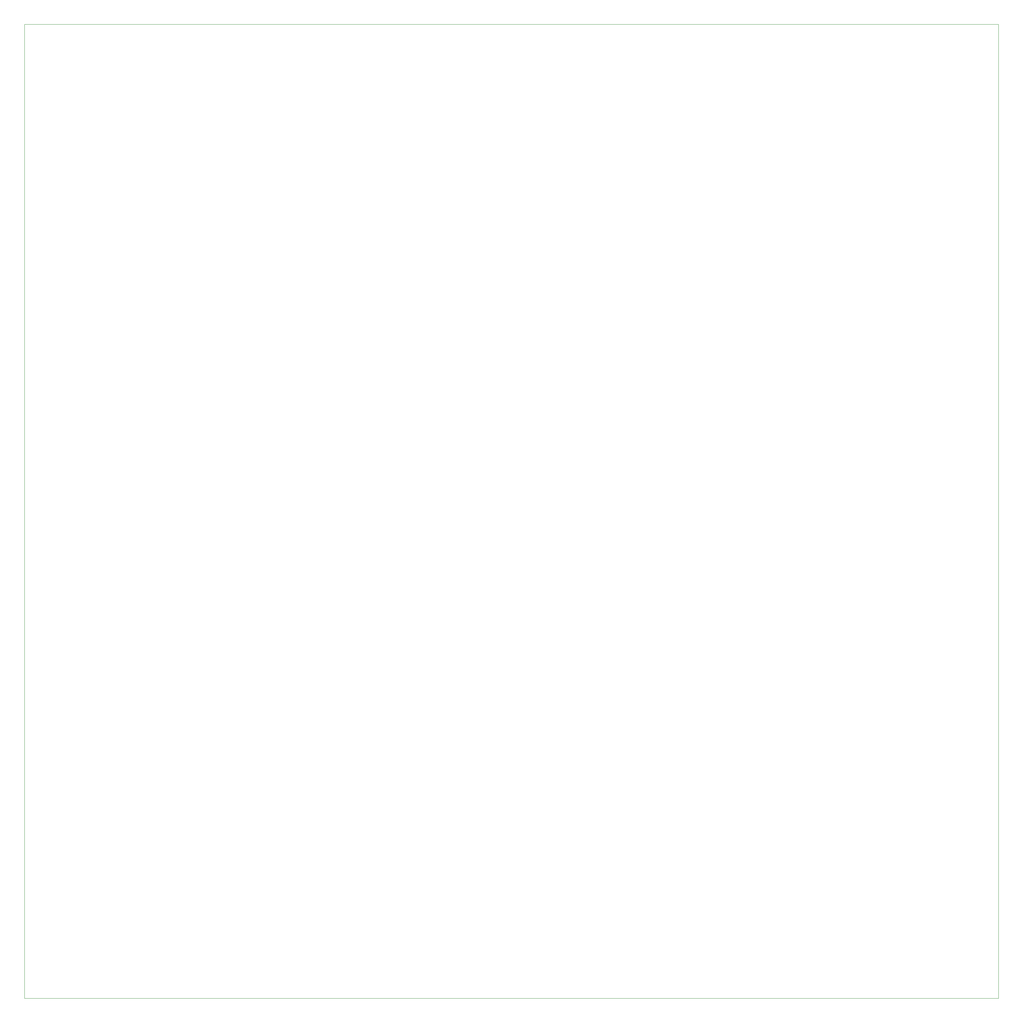
<source format=gm1>
G04 #@! TF.FileFunction,Profile,NP*
%FSLAX46Y46*%
G04 Gerber Fmt 4.6, Leading zero omitted, Abs format (unit mm)*
G04 Created by KiCad (PCBNEW 4.0.7) date 07/16/18 19:30:43*
%MOMM*%
%LPD*%
G01*
G04 APERTURE LIST*
%ADD10C,0.100000*%
%ADD11C,0.150000*%
G04 APERTURE END LIST*
D10*
D11*
X598000000Y-100000000D02*
X598000000Y-600000000D01*
X98000000Y-100000000D02*
X98000000Y-600000000D01*
X98000000Y-600000000D02*
X598000000Y-600000000D01*
X98000000Y-100000000D02*
X598000000Y-100000000D01*
M02*

</source>
